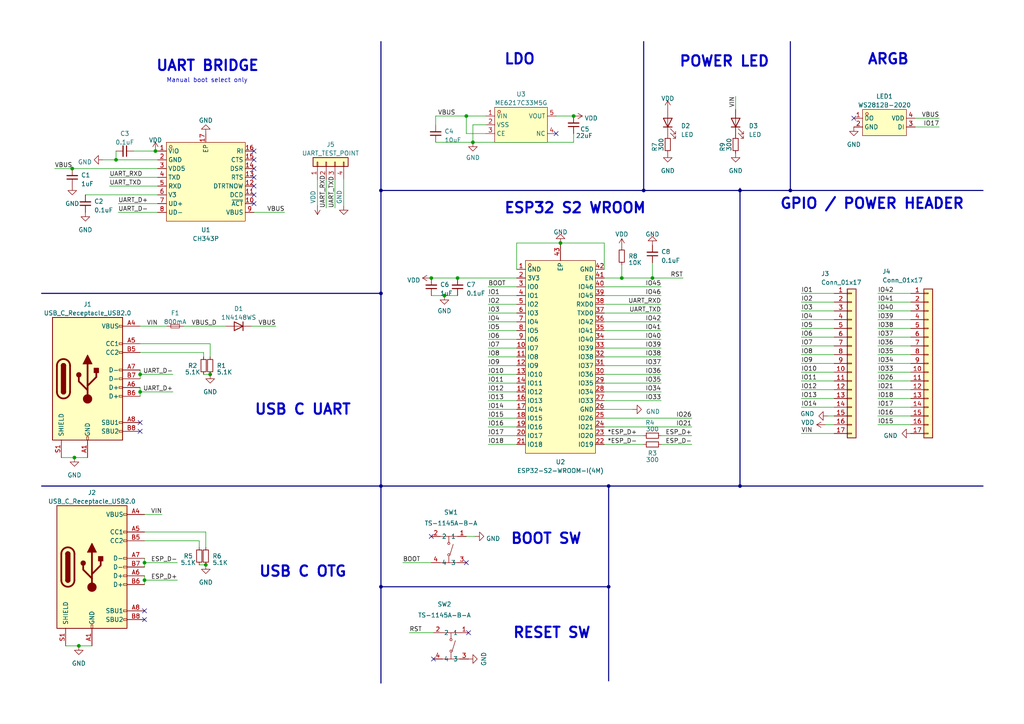
<source format=kicad_sch>
(kicad_sch (version 20230121) (generator eeschema)
  (paper "A4")
  (title_block (title "Esp32 S2 Bread board") (rev "1") (company "Design by mengxyz"))
  (lib_symbols
    (symbol "Connector_Generic:Conn_01x04" (pin_names (offset 1.016) hide)
      (property "Reference" "J" (at 0 5.08 0))
      (property "Value" "Conn_01x04" (at 0 -7.62 0))
      (symbol "Conn_01x04_1_1"
        (rectangle (start -1.27 -4.953) (end 0 -5.207) (stroke (width 0.1524)))
        (rectangle (start -1.27 -2.413) (end 0 -2.667) (stroke (width 0.1524)))
        (rectangle (start -1.27 0.127) (end 0 -0.127) (stroke (width 0.1524)))
        (rectangle (start -1.27 2.667) (end 0 2.413) (stroke (width 0.1524)))
        (rectangle (start -1.27 3.81) (end 1.27 -6.35) (stroke (width 0.254)) (fill (type background)))
        (pin passive line (at -5.08 2.54 0) (length 3.81) (name "Pin_1") (number "1"))
        (pin passive line (at -5.08 0 0) (length 3.81) (name "Pin_2") (number "2"))
        (pin passive line (at -5.08 -2.54 0) (length 3.81) (name "Pin_3") (number "3"))
        (pin passive line (at -5.08 -5.08 0) (length 3.81) (name "Pin_4") (number "4"))
      )
    )
    (symbol "Library:1N4148WS" (pin_numbers hide) (pin_names hide)
      (property "Reference" "D" (at 0 2.54 0))
      (property "Value" "1N4148WS" (at 0 -2.54 0))
      (symbol "1N4148WS_0_1"
        (polyline (pts (xy -1.27 1.27) (xy -1.27 -1.27)) (stroke (width 0.254)))
        (polyline (pts (xy 1.27 0) (xy -1.27 0)))
        (polyline (pts (xy 1.27 1.27) (xy 1.27 -1.27) (xy -1.27 0) (xy 1.27 1.27)) (stroke (width 0.254)))
      )
      (symbol "1N4148WS_1_1"
        (pin passive line (at -3.81 0 0) (length 2.54) (name "K") (number "1"))
        (pin passive line (at 3.81 0 180) (length 2.54) (name "A") (number "2"))
      )
    )
    (symbol "Library:CH343P"
      (property "Reference" "U" (at 0 19.05 0))
      (property "Value" "CH343P" (at 0 -13.97 0))
      (symbol "CH343P_0_1"
        (rectangle (start -11.43 11.43) (end 11.43 -11.43) (fill (type background)))
        (circle (center -10.16 10.16) (radius 0.38))
        (pin unspecified line (at -13.97 8.89 0) (length 2.54) (name "VIO") (number "1"))
        (pin unspecified line (at 13.97 -6.35 180) (length 2.54) (name "~{ACT}") (number "10"))
        (pin unspecified line (at 13.97 -3.81 180) (length 2.54) (name "DCD") (number "11"))
        (pin unspecified line (at 13.97 -1.27 180) (length 2.54) (name "DTRTNOW") (number "12"))
        (pin unspecified line (at 13.97 1.27 180) (length 2.54) (name "RTS") (number "13"))
        (pin unspecified line (at 13.97 3.81 180) (length 2.54) (name "DSR") (number "14"))
        (pin unspecified line (at 13.97 6.35 180) (length 2.54) (name "CTS") (number "15"))
        (pin unspecified line (at 13.97 8.89 180) (length 2.54) (name "RI") (number "16"))
        (pin unspecified line (at 0 13.97 270) (length 2.54) (name "EP") (number "17"))
        (pin unspecified line (at -13.97 6.35 0) (length 2.54) (name "GND") (number "2"))
        (pin unspecified line (at -13.97 3.81 0) (length 2.54) (name "VDD5") (number "3"))
        (pin unspecified line (at -13.97 1.27 0) (length 2.54) (name "TXD") (number "4"))
        (pin unspecified line (at -13.97 -1.27 0) (length 2.54) (name "RXD") (number "5"))
        (pin unspecified line (at -13.97 -3.81 0) (length 2.54) (name "V3") (number "6"))
        (pin unspecified line (at -13.97 -6.35 0) (length 2.54) (name "UD+") (number "7"))
        (pin unspecified line (at -13.97 -8.89 0) (length 2.54) (name "UD-") (number "8"))
        (pin unspecified line (at 13.97 -8.89 180) (length 2.54) (name "VBUS") (number "9"))
      )
    )
    (symbol "Library:C_Small" (pin_numbers hide) (pin_names (offset 0.254) hide)
      (property "Reference" "C" (at 0.254 1.778 0))
      (property "Value" "C_Small" (at 0.254 -2.032 0))
      (symbol "C_Small_0_1"
        (polyline (pts (xy -1.524 -0.508) (xy 1.524 -0.508)) (stroke (width 0.3302)))
        (polyline (pts (xy -1.524 0.508) (xy 1.524 0.508)) (stroke (width 0.3048)))
      )
      (symbol "C_Small_1_1"
        (pin passive line (at 0 2.54 270) (length 2.032) (name "~") (number "1"))
        (pin passive line (at 0 -2.54 90) (length 2.032) (name "~") (number "2"))
      )
    )
    (symbol "Library:Conn_01x17" (pin_names (offset 1.016) hide)
      (property "Reference" "J" (at 0 22.86 0))
      (property "Value" "Conn_01x17" (at 0 -22.86 0))
      (symbol "Conn_01x17_1_1"
        (rectangle (start -1.27 -20.193) (end 0 -20.447) (stroke (width 0.1524)))
        (rectangle (start -1.27 -17.653) (end 0 -17.907) (stroke (width 0.1524)))
        (rectangle (start -1.27 -15.113) (end 0 -15.367) (stroke (width 0.1524)))
        (rectangle (start -1.27 -12.573) (end 0 -12.827) (stroke (width 0.1524)))
        (rectangle (start -1.27 -10.033) (end 0 -10.287) (stroke (width 0.1524)))
        (rectangle (start -1.27 -7.493) (end 0 -7.747) (stroke (width 0.1524)))
        (rectangle (start -1.27 -4.953) (end 0 -5.207) (stroke (width 0.1524)))
        (rectangle (start -1.27 -2.413) (end 0 -2.667) (stroke (width 0.1524)))
        (rectangle (start -1.27 0.127) (end 0 -0.127) (stroke (width 0.1524)))
        (rectangle (start -1.27 2.667) (end 0 2.413) (stroke (width 0.1524)))
        (rectangle (start -1.27 5.207) (end 0 4.953) (stroke (width 0.1524)))
        (rectangle (start -1.27 7.747) (end 0 7.493) (stroke (width 0.1524)))
        (rectangle (start -1.27 10.287) (end 0 10.033) (stroke (width 0.1524)))
        (rectangle (start -1.27 12.827) (end 0 12.573) (stroke (width 0.1524)))
        (rectangle (start -1.27 15.367) (end 0 15.113) (stroke (width 0.1524)))
        (rectangle (start -1.27 17.907) (end 0 17.653) (stroke (width 0.1524)))
        (rectangle (start -1.27 20.447) (end 0 20.193) (stroke (width 0.1524)))
        (rectangle (start -1.27 21.59) (end 1.27 -21.59) (stroke (width 0.254)) (fill (type background)))
        (pin passive line (at -5.08 20.32 0) (length 3.81) (name "Pin_1") (number "1"))
        (pin passive line (at -5.08 -2.54 0) (length 3.81) (name "Pin_10") (number "10"))
        (pin passive line (at -5.08 -5.08 0) (length 3.81) (name "Pin_11") (number "11"))
        (pin passive line (at -5.08 -7.62 0) (length 3.81) (name "Pin_12") (number "12"))
        (pin passive line (at -5.08 -10.16 0) (length 3.81) (name "Pin_13") (number "13"))
        (pin passive line (at -5.08 -12.7 0) (length 3.81) (name "Pin_14") (number "14"))
        (pin passive line (at -5.08 -15.24 0) (length 3.81) (name "Pin_15") (number "15"))
        (pin passive line (at -5.08 -17.78 0) (length 3.81) (name "Pin_16") (number "16"))
        (pin passive line (at -5.08 -20.32 0) (length 3.81) (name "Pin_17") (number "17"))
        (pin passive line (at -5.08 17.78 0) (length 3.81) (name "Pin_2") (number "2"))
        (pin passive line (at -5.08 15.24 0) (length 3.81) (name "Pin_3") (number "3"))
        (pin passive line (at -5.08 12.7 0) (length 3.81) (name "Pin_4") (number "4"))
        (pin passive line (at -5.08 10.16 0) (length 3.81) (name "Pin_5") (number "5"))
        (pin passive line (at -5.08 7.62 0) (length 3.81) (name "Pin_6") (number "6"))
        (pin passive line (at -5.08 5.08 0) (length 3.81) (name "Pin_7") (number "7"))
        (pin passive line (at -5.08 2.54 0) (length 3.81) (name "Pin_8") (number "8"))
        (pin passive line (at -5.08 0 0) (length 3.81) (name "Pin_9") (number "9"))
      )
    )
    (symbol "Library:ESP32-S2-WROOM-I(4M)"
      (property "Reference" "U" (at 0 35.56 0))
      (property "Value" "ESP32-S2-WROOM-I(4M)" (at 0 -33.02 0))
      (symbol "ESP32-S2-WROOM-I(4M)_0_1"
        (rectangle (start -10.16 25.4) (end 10.16 -30.48) (fill (type background)))
        (circle (center -8.89 24.13) (radius 0.38))
        (pin unspecified line (at -12.7 22.86 0) (length 2.54) (name "GND") (number "1"))
        (pin unspecified line (at -12.7 0 0) (length 2.54) (name "IO7") (number "10"))
        (pin unspecified line (at -12.7 -2.54 0) (length 2.54) (name "IO8") (number "11"))
        (pin unspecified line (at -12.7 -5.08 0) (length 2.54) (name "IO9") (number "12"))
        (pin unspecified line (at -12.7 -7.62 0) (length 2.54) (name "IO10") (number "13"))
        (pin unspecified line (at -12.7 -10.16 0) (length 2.54) (name "IO11") (number "14"))
        (pin unspecified line (at -12.7 -12.7 0) (length 2.54) (name "IO12") (number "15"))
        (pin unspecified line (at -12.7 -15.24 0) (length 2.54) (name "IO13") (number "16"))
        (pin unspecified line (at -12.7 -17.78 0) (length 2.54) (name "IO14") (number "17"))
        (pin unspecified line (at -12.7 -20.32 0) (length 2.54) (name "IO15") (number "18"))
        (pin unspecified line (at -12.7 -22.86 0) (length 2.54) (name "IO16") (number "19"))
        (pin unspecified line (at -12.7 20.32 0) (length 2.54) (name "3V3") (number "2"))
        (pin unspecified line (at -12.7 -25.4 0) (length 2.54) (name "IO17") (number "20"))
        (pin unspecified line (at -12.7 -27.94 0) (length 2.54) (name "IO18") (number "21"))
        (pin unspecified line (at 12.7 -27.94 180) (length 2.54) (name "IO19") (number "22"))
        (pin unspecified line (at 12.7 -25.4 180) (length 2.54) (name "IO20") (number "23"))
        (pin unspecified line (at 12.7 -22.86 180) (length 2.54) (name "IO21") (number "24"))
        (pin unspecified line (at 12.7 -20.32 180) (length 2.54) (name "IO26") (number "25"))
        (pin unspecified line (at 12.7 -17.78 180) (length 2.54) (name "GND") (number "26"))
        (pin unspecified line (at 12.7 -15.24 180) (length 2.54) (name "IO33") (number "27"))
        (pin unspecified line (at 12.7 -12.7 180) (length 2.54) (name "IO34") (number "28"))
        (pin unspecified line (at 12.7 -10.16 180) (length 2.54) (name "IO35") (number "29"))
        (pin unspecified line (at -12.7 17.78 0) (length 2.54) (name "IO0") (number "3"))
        (pin unspecified line (at 12.7 -7.62 180) (length 2.54) (name "IO36") (number "30"))
        (pin unspecified line (at 12.7 -5.08 180) (length 2.54) (name "IO37") (number "31"))
        (pin unspecified line (at 12.7 -2.54 180) (length 2.54) (name "IO38") (number "32"))
        (pin unspecified line (at 12.7 0 180) (length 2.54) (name "IO39") (number "33"))
        (pin unspecified line (at 12.7 2.54 180) (length 2.54) (name "IO40") (number "34"))
        (pin unspecified line (at 12.7 5.08 180) (length 2.54) (name "IO41") (number "35"))
        (pin unspecified line (at 12.7 7.62 180) (length 2.54) (name "IO42") (number "36"))
        (pin unspecified line (at 12.7 10.16 180) (length 2.54) (name "TXD0") (number "37"))
        (pin unspecified line (at 12.7 12.7 180) (length 2.54) (name "RXD0") (number "38"))
        (pin unspecified line (at 12.7 15.24 180) (length 2.54) (name "IO45") (number "39"))
        (pin unspecified line (at -12.7 15.24 0) (length 2.54) (name "IO1") (number "4"))
        (pin unspecified line (at 12.7 17.78 180) (length 2.54) (name "IO46") (number "40"))
        (pin unspecified line (at 12.7 20.32 180) (length 2.54) (name "EN") (number "41"))
        (pin unspecified line (at 12.7 22.86 180) (length 2.54) (name "GND") (number "42"))
        (pin unspecified line (at 0 30.48 270) (length 5.08) (name "EP") (number "43"))
        (pin unspecified line (at -12.7 12.7 0) (length 2.54) (name "IO2") (number "5"))
        (pin unspecified line (at -12.7 10.16 0) (length 2.54) (name "IO3") (number "6"))
        (pin unspecified line (at -12.7 7.62 0) (length 2.54) (name "IO4") (number "7"))
        (pin unspecified line (at -12.7 5.08 0) (length 2.54) (name "IO5") (number "8"))
        (pin unspecified line (at -12.7 2.54 0) (length 2.54) (name "IO6") (number "9"))
      )
    )
    (symbol "Library:Fuse_Small" (pin_numbers hide) (pin_names (offset 0.254) hide)
      (property "Reference" "F" (at 0 -1.524 0))
      (property "Value" "Fuse_Small" (at 0 1.524 0))
      (symbol "Fuse_Small_0_1"
        (rectangle (start -1.27 0.508) (end 1.27 -0.508))
        (polyline (pts (xy -1.27 0) (xy 1.27 0)))
      )
      (symbol "Fuse_Small_1_1"
        (pin passive line (at -2.54 0 0) (length 1.27) (name "~") (number "1"))
        (pin passive line (at 2.54 0 180) (length 1.27) (name "~") (number "2"))
      )
    )
    (symbol "Library:LED" (pin_numbers hide) (pin_names (offset 1.016) hide)
      (property "Reference" "D" (at 0 2.54 0))
      (property "Value" "LED" (at 0 -2.54 0))
      (symbol "LED_0_1"
        (polyline (pts (xy -1.27 -1.27) (xy -1.27 1.27)) (stroke (width 0.254)))
        (polyline (pts (xy -1.27 0) (xy 1.27 0)))
        (polyline (pts (xy 1.27 -1.27) (xy 1.27 1.27) (xy -1.27 0) (xy 1.27 -1.27)) (stroke (width 0.254)))
        (polyline (pts (xy -3.048 -0.762) (xy -4.572 -2.286) (xy -3.81 -2.286) (xy -4.572 -2.286) (xy -4.572 -1.524)))
        (polyline (pts (xy -1.778 -0.762) (xy -3.302 -2.286) (xy -2.54 -2.286) (xy -3.302 -2.286) (xy -3.302 -1.524)))
      )
      (symbol "LED_1_1"
        (pin passive line (at -3.81 0 0) (length 2.54) (name "K") (number "1"))
        (pin passive line (at 3.81 0 180) (length 2.54) (name "A") (number "2"))
      )
    )
    (symbol "Library:ME6217C33M5G"
      (property "Reference" "U" (at 0 7.62 0))
      (property "Value" "ME6217C33M5G" (at 0 -7.62 0))
      (symbol "ME6217C33M5G_0_1"
        (rectangle (start -7.62 5.08) (end 7.62 -5.08) (fill (type background)))
        (circle (center -6.35 3.81) (radius 0.38))
        (pin unspecified line (at -10.16 2.54 0) (length 2.54) (name "VIN") (number "1"))
        (pin unspecified line (at -10.16 0 0) (length 2.54) (name "VSS") (number "2"))
        (pin unspecified line (at -10.16 -2.54 0) (length 2.54) (name "CE") (number "3"))
        (pin unspecified line (at 10.16 -2.54 180) (length 2.54) (name "NC") (number "4"))
        (pin unspecified line (at 10.16 2.54 180) (length 2.54) (name "VOUT") (number "5"))
      )
    )
    (symbol "Library:R_Small" (pin_numbers hide) (pin_names (offset 0.254) hide)
      (property "Reference" "R" (at 0.762 0.508 0))
      (property "Value" "R_Small" (at 0.762 -1.016 0))
      (symbol "R_Small_0_1"
        (rectangle (start -0.762 1.778) (end 0.762 -1.778) (stroke (width 0.2032)))
      )
      (symbol "R_Small_1_1"
        (pin passive line (at 0 2.54 270) (length 0.762) (name "~") (number "1"))
        (pin passive line (at 0 -2.54 90) (length 0.762) (name "~") (number "2"))
      )
    )
    (symbol "Library:TS-1145A-B-A"
      (property "Reference" "SW" (at 0 7.62 0))
      (property "Value" "TS-1145A-B-A" (at 0 -12.7 0))
      (symbol "TS-1145A-B-A_0_1"
        (circle (center -3.05 -2.54) (radius 0.32))
        (polyline (pts (xy -5.08 -5.08) (xy -5.08 0)))
        (polyline (pts (xy -3.3 -2.54) (xy -5.08 -2.54)))
        (polyline (pts (xy 0.51 -2.29) (xy -2.79 -1.27)))
        (polyline (pts (xy 0.76 -2.54) (xy 2.54 -2.54)))
        (polyline (pts (xy 2.54 -5.08) (xy 2.54 0)))
        (circle (center 0.25 -2.54) (radius 0.32))
        (pin unspecified line (at -5.08 2.54 270) (length 2.54) (name "1") (number "1"))
        (pin unspecified line (at -5.08 -7.62 90) (length 2.54) (name "2") (number "2"))
        (pin unspecified line (at 2.54 2.54 270) (length 2.54) (name "3") (number "3"))
        (pin unspecified line (at 2.54 -7.62 90) (length 2.54) (name "4") (number "4"))
      )
    )
    (symbol "Library:USB_C_Receptacle_USB2.0" (pin_names (offset 1.016))
      (property "Reference" "J" (at -10.16 19.05 0))
      (property "Value" "USB_C_Receptacle_USB2.0" (at 19.05 19.05 0))
      (symbol "USB_C_Receptacle_USB2.0_0_0"
        (rectangle (start -0.254 -17.78) (end 0.254 -16.764))
        (rectangle (start 10.16 -14.986) (end 9.144 -15.494))
        (rectangle (start 10.16 -12.446) (end 9.144 -12.954))
        (rectangle (start 10.16 -4.826) (end 9.144 -5.334))
        (rectangle (start 10.16 -2.286) (end 9.144 -2.794))
        (rectangle (start 10.16 0.254) (end 9.144 -0.254))
        (rectangle (start 10.16 2.794) (end 9.144 2.286))
        (rectangle (start 10.16 7.874) (end 9.144 7.366))
        (rectangle (start 10.16 10.414) (end 9.144 9.906))
        (rectangle (start 10.16 15.494) (end 9.144 14.986))
      )
      (symbol "USB_C_Receptacle_USB2.0_0_1"
        (rectangle (start -10.16 17.78) (end 10.16 -17.78) (stroke (width 0.254)) (fill (type background)))
        (arc (start -8.89 -3.81) (mid -6.985 -5.7067) (end -5.08 -3.81) (stroke (width 0.508)))
        (arc (start -7.62 -3.81) (mid -6.985 -4.4423) (end -6.35 -3.81) (stroke (width 0.254)))
        (arc (start -7.62 -3.81) (mid -6.985 -4.4423) (end -6.35 -3.81) (stroke (width 0.254)) (fill (type outline)))
        (rectangle (start -7.62 -3.81) (end -6.35 3.81) (stroke (width 0.254)) (fill (type outline)))
        (arc (start -6.35 3.81) (mid -6.985 4.4423) (end -7.62 3.81) (stroke (width 0.254)))
        (arc (start -6.35 3.81) (mid -6.985 4.4423) (end -7.62 3.81) (stroke (width 0.254)) (fill (type outline)))
        (arc (start -5.08 3.81) (mid -6.985 5.7067) (end -8.89 3.81) (stroke (width 0.508)))
        (circle (center -2.54 1.143) (radius 0.635) (stroke (width 0.254)) (fill (type outline)))
        (circle (center 0 -5.842) (radius 1.27) (fill (type outline)))
        (polyline (pts (xy -8.89 -3.81) (xy -8.89 3.81)) (stroke (width 0.508)))
        (polyline (pts (xy -5.08 3.81) (xy -5.08 -3.81)) (stroke (width 0.508)))
        (polyline (pts (xy 0 -5.842) (xy 0 4.318)) (stroke (width 0.508)))
        (polyline (pts (xy 0 -3.302) (xy -2.54 -0.762) (xy -2.54 0.508)) (stroke (width 0.508)))
        (polyline (pts (xy 0 -2.032) (xy 2.54 0.508) (xy 2.54 1.778)) (stroke (width 0.508)))
        (polyline (pts (xy -1.27 4.318) (xy 0 6.858) (xy 1.27 4.318) (xy -1.27 4.318)) (stroke (width 0.254)) (fill (type outline)))
        (rectangle (start 1.905 1.778) (end 3.175 3.048) (stroke (width 0.254)) (fill (type outline)))
      )
      (symbol "USB_C_Receptacle_USB2.0_1_1"
        (pin passive line (at 0 -22.86 90) (length 5.08) (name "GND") (number "A1"))
        (pin passive line (at 0 -22.86 90) (length 5.08) hide (name "GND") (number "A12"))
        (pin passive line (at 15.24 15.24 180) (length 5.08) (name "VBUS") (number "A4"))
        (pin bidirectional line (at 15.24 10.16 180) (length 5.08) (name "CC1") (number "A5"))
        (pin bidirectional line (at 15.24 -2.54 180) (length 5.08) (name "D+") (number "A6"))
        (pin bidirectional line (at 15.24 2.54 180) (length 5.08) (name "D-") (number "A7"))
        (pin bidirectional line (at 15.24 -12.7 180) (length 5.08) (name "SBU1") (number "A8"))
        (pin passive line (at 15.24 15.24 180) (length 5.08) hide (name "VBUS") (number "A9"))
        (pin passive line (at 0 -22.86 90) (length 5.08) hide (name "GND") (number "B1"))
        (pin passive line (at 0 -22.86 90) (length 5.08) hide (name "GND") (number "B12"))
        (pin passive line (at 15.24 15.24 180) (length 5.08) hide (name "VBUS") (number "B4"))
        (pin bidirectional line (at 15.24 7.62 180) (length 5.08) (name "CC2") (number "B5"))
        (pin bidirectional line (at 15.24 -5.08 180) (length 5.08) (name "D+") (number "B6"))
        (pin bidirectional line (at 15.24 0 180) (length 5.08) (name "D-") (number "B7"))
        (pin bidirectional line (at 15.24 -15.24 180) (length 5.08) (name "SBU2") (number "B8"))
        (pin passive line (at 15.24 15.24 180) (length 5.08) hide (name "VBUS") (number "B9"))
        (pin passive line (at -7.62 -22.86 90) (length 5.08) (name "SHIELD") (number "S1"))
      )
    )
    (symbol "Library:WS2812B-2020"
      (property "Reference" "LED" (at 0 6.35 0))
      (property "Value" "WS2812B-2020" (at 0 -6.35 0))
      (symbol "WS2812B-2020_0_1"
        (rectangle (start -6.35 3.81) (end 6.35 -3.81) (fill (type background)))
        (circle (center -5.08 2.54) (radius 0.38))
        (pin unspecified line (at -8.89 1.27 0) (length 2.54) (name "DO") (number "1"))
        (pin unspecified line (at -8.89 -1.27 0) (length 2.54) (name "GND") (number "2"))
        (pin unspecified line (at 8.89 -1.27 180) (length 2.54) (name "DI") (number "3"))
        (pin unspecified line (at 8.89 1.27 180) (length 2.54) (name "VDD") (number "4"))
      )
    )
    (symbol "power:GND" (power) (pin_names (offset 0))
      (property "Value" "GND" (at 0 -3.81 0))
      (symbol "GND_0_1"
        (polyline (pts (xy 0 0) (xy 0 -1.27) (xy 1.27 -1.27) (xy 0 -2.54) (xy -1.27 -1.27) (xy 0 -1.27)))
      )
      (symbol "GND_1_1"
        (pin power_in line (at 0 0 270) (length 0) hide (name "GND") (number "1"))
      )
    )
    (symbol "power:VDD" (power) (pin_names (offset 0))
      (property "Value" "VDD" (at 0 3.81 0))
      (symbol "VDD_0_1"
        (polyline (pts (xy -0.762 1.27) (xy 0 2.54)))
        (polyline (pts (xy 0 0) (xy 0 2.54)))
        (polyline (pts (xy 0 2.54) (xy 0.762 1.27)))
      )
      (symbol "VDD_1_1"
        (pin power_in line (at 0 0 90) (length 0) hide (name "VDD") (number "1"))
      )
    )
  )
  (junction (at 176.53 140.97))
  (junction (at 162.56 70.485))
  (junction (at 186.69 55.245))
  (junction (at 33.655 46.355))
  (junction (at 166.37 33.655))
  (junction (at 110.49 85.09))
  (junction (at 229.235 55.245))
  (junction (at 189.23 80.645))
  (junction (at 125.095 80.645))
  (junction (at 214.63 140.97))
  (junction (at 22.86 187.325))
  (junction (at 132.715 80.645))
  (junction (at 60.96 108.585))
  (junction (at 214.63 55.245))
  (junction (at 180.34 80.645))
  (junction (at 40.64 108.585))
  (junction (at 110.49 140.97))
  (junction (at 41.91 163.195))
  (junction (at 40.64 113.665))
  (junction (at 41.91 168.275))
  (junction (at 128.905 85.725))
  (junction (at 20.955 48.895))
  (junction (at 21.59 132.715))
  (junction (at 59.69 163.83))
  (junction (at 135.255 33.655))
  (junction (at 45.085 43.815))
  (junction (at 137.16 41.275))
  (junction (at 110.49 55.245))
  (junction (at 110.49 170.18))
  (junction (at 176.53 170.18))
  (no_connect (at 125.095 155.575))
  (no_connect (at 73.66 43.815))
  (no_connect (at 161.29 38.735))
  (no_connect (at 73.66 59.055))
  (no_connect (at 73.66 48.895))
  (no_connect (at 135.255 163.195))
  (no_connect (at 135.89 183.515))
  (no_connect (at 73.66 56.515))
  (no_connect (at 40.64 122.555))
  (no_connect (at 40.64 125.095))
  (no_connect (at 247.65 34.29))
  (no_connect (at 41.91 179.705))
  (no_connect (at 73.66 51.435))
  (no_connect (at 73.66 46.355))
  (no_connect (at 73.66 53.975))
  (no_connect (at 41.91 177.165))
  (no_connect (at 125.73 191.135))
  (wire (pts (xy 20.955 48.895) (xy 45.72 48.895)))
  (wire (pts (xy 254.635 97.79) (xy 264.16 97.79)))
  (wire (pts (xy 191.77 128.905) (xy 200.66 128.905)))
  (bus (pts (xy 186.69 55.245) (xy 214.63 55.245)))
  (wire (pts (xy 180.34 76.835) (xy 180.34 80.645)))
  (wire (pts (xy 191.77 83.185) (xy 175.26 83.185)))
  (wire (pts (xy 141.605 113.665) (xy 149.86 113.665)))
  (bus (pts (xy 110.49 85.09) (xy 110.49 140.97)))
  (wire (pts (xy 135.255 155.575) (xy 137.795 155.575)))
  (wire (pts (xy 191.77 116.205) (xy 175.26 116.205)))
  (bus (pts (xy 214.63 55.245) (xy 214.63 140.97)))
  (wire (pts (xy 38.735 43.815) (xy 45.085 43.815)))
  (wire (pts (xy 141.605 88.265) (xy 149.86 88.265)))
  (wire (pts (xy 254.635 110.49) (xy 264.16 110.49)))
  (wire (pts (xy 140.97 36.195) (xy 137.16 36.195)))
  (wire (pts (xy 41.91 163.195) (xy 51.435 163.195)))
  (bus (pts (xy 176.53 140.97) (xy 214.63 140.97)))
  (wire (pts (xy 41.91 163.195) (xy 41.91 164.465)))
  (wire (pts (xy 232.41 105.41) (xy 241.935 105.41)))
  (bus (pts (xy 110.49 140.97) (xy 110.49 170.18)))
  (wire (pts (xy 191.77 113.665) (xy 175.26 113.665)))
  (wire (pts (xy 45.085 43.815) (xy 45.72 43.815)))
  (wire (pts (xy 21.59 132.715) (xy 25.4 132.715)))
  (wire (pts (xy 141.605 85.725) (xy 149.86 85.725)))
  (wire (pts (xy 57.785 156.845) (xy 57.785 158.75)))
  (wire (pts (xy 254.635 90.17) (xy 264.16 90.17)))
  (wire (pts (xy 254.635 85.09) (xy 264.16 85.09)))
  (wire (pts (xy 191.77 95.885) (xy 175.26 95.885)))
  (wire (pts (xy 272.415 34.29) (xy 265.43 34.29)))
  (wire (pts (xy 191.77 98.425) (xy 175.26 98.425)))
  (wire (pts (xy 198.12 80.645) (xy 189.23 80.645)))
  (wire (pts (xy 31.75 51.435) (xy 45.72 51.435)))
  (wire (pts (xy 34.29 61.595) (xy 45.72 61.595)))
  (wire (pts (xy 94.615 60.325) (xy 94.615 52.07)))
  (wire (pts (xy 254.635 123.19) (xy 264.16 123.19)))
  (wire (pts (xy 141.605 90.805) (xy 149.86 90.805)))
  (wire (pts (xy 240.03 120.65) (xy 241.935 120.65)))
  (bus (pts (xy 110.49 55.245) (xy 186.69 55.245)))
  (wire (pts (xy 254.635 87.63) (xy 264.16 87.63)))
  (wire (pts (xy 33.655 43.815) (xy 33.655 46.355)))
  (bus (pts (xy 110.49 170.18) (xy 110.49 198.12)))
  (wire (pts (xy 175.26 70.485) (xy 162.56 70.485)))
  (wire (pts (xy 141.605 83.185) (xy 149.86 83.185)))
  (bus (pts (xy 176.53 170.18) (xy 176.53 197.485)))
  (bus (pts (xy 110.49 55.245) (xy 110.49 12.065)))
  (wire (pts (xy 29.845 46.355) (xy 33.655 46.355)))
  (wire (pts (xy 191.77 93.345) (xy 175.26 93.345)))
  (wire (pts (xy 272.415 36.83) (xy 265.43 36.83)))
  (wire (pts (xy 191.77 108.585) (xy 175.26 108.585)))
  (wire (pts (xy 59.69 154.305) (xy 41.91 154.305)))
  (wire (pts (xy 40.64 113.665) (xy 50.165 113.665)))
  (wire (pts (xy 254.635 120.65) (xy 264.16 120.65)))
  (wire (pts (xy 141.605 123.825) (xy 149.86 123.825)))
  (wire (pts (xy 232.41 92.71) (xy 241.935 92.71)))
  (wire (pts (xy 175.26 126.365) (xy 186.69 126.365)))
  (wire (pts (xy 191.77 85.725) (xy 175.26 85.725)))
  (wire (pts (xy 97.155 60.325) (xy 97.155 52.07)))
  (wire (pts (xy 191.77 106.045) (xy 175.26 106.045)))
  (wire (pts (xy 232.41 87.63) (xy 241.935 87.63)))
  (wire (pts (xy 161.29 33.655) (xy 166.37 33.655)))
  (wire (pts (xy 41.91 167.005) (xy 41.91 168.275)))
  (wire (pts (xy 239.395 123.19) (xy 241.935 123.19)))
  (wire (pts (xy 232.41 107.95) (xy 241.935 107.95)))
  (bus (pts (xy 12.065 85.09) (xy 110.49 85.09)))
  (wire (pts (xy 191.77 126.365) (xy 200.66 126.365)))
  (wire (pts (xy 175.26 128.905) (xy 186.69 128.905)))
  (wire (pts (xy 92.075 59.69) (xy 92.075 52.07)))
  (wire (pts (xy 46.99 149.225) (xy 41.91 149.225)))
  (wire (pts (xy 45.72 56.515) (xy 24.765 56.515)))
  (bus (pts (xy 214.63 140.97) (xy 285.115 140.97)))
  (wire (pts (xy 40.64 108.585) (xy 40.64 109.855)))
  (wire (pts (xy 19.05 187.325) (xy 22.86 187.325)))
  (wire (pts (xy 166.37 38.735) (xy 166.37 41.275)))
  (wire (pts (xy 41.91 168.275) (xy 41.91 169.545)))
  (wire (pts (xy 41.91 168.275) (xy 51.435 168.275)))
  (wire (pts (xy 135.255 38.735) (xy 135.255 33.655)))
  (wire (pts (xy 191.77 88.265) (xy 175.26 88.265)))
  (wire (pts (xy 59.69 158.75) (xy 59.69 154.305)))
  (bus (pts (xy 186.69 12.065) (xy 186.69 55.245)))
  (wire (pts (xy 34.29 59.055) (xy 45.72 59.055)))
  (wire (pts (xy 149.86 70.485) (xy 162.56 70.485)))
  (wire (pts (xy 22.86 187.325) (xy 26.67 187.325)))
  (wire (pts (xy 59.055 108.585) (xy 60.96 108.585)))
  (wire (pts (xy 31.75 53.975) (xy 45.72 53.975)))
  (wire (pts (xy 232.41 118.11) (xy 241.935 118.11)))
  (wire (pts (xy 41.91 156.845) (xy 57.785 156.845)))
  (wire (pts (xy 191.77 111.125) (xy 175.26 111.125)))
  (bus (pts (xy 110.49 170.18) (xy 176.53 170.18)))
  (wire (pts (xy 232.41 125.73) (xy 241.935 125.73)))
  (bus (pts (xy 110.49 85.09) (xy 110.49 55.245)))
  (wire (pts (xy 232.41 102.87) (xy 241.935 102.87)))
  (wire (pts (xy 125.095 163.195) (xy 116.84 163.195)))
  (bus (pts (xy 12.065 140.97) (xy 110.49 140.97)))
  (wire (pts (xy 128.905 85.725) (xy 132.715 85.725)))
  (bus (pts (xy 229.235 12.065) (xy 229.235 55.245)))
  (wire (pts (xy 191.77 90.805) (xy 175.26 90.805)))
  (wire (pts (xy 180.34 80.645) (xy 175.26 80.645)))
  (bus (pts (xy 110.49 140.97) (xy 176.53 140.97)))
  (wire (pts (xy 40.64 113.665) (xy 40.64 114.935)))
  (wire (pts (xy 232.41 113.03) (xy 241.935 113.03)))
  (wire (pts (xy 17.78 132.715) (xy 21.59 132.715)))
  (wire (pts (xy 137.16 36.195) (xy 137.16 41.275)))
  (wire (pts (xy 254.635 92.71) (xy 264.16 92.71)))
  (wire (pts (xy 254.635 95.25) (xy 264.16 95.25)))
  (wire (pts (xy 232.41 115.57) (xy 241.935 115.57)))
  (wire (pts (xy 141.605 128.905) (xy 149.86 128.905)))
  (bus (pts (xy 229.235 55.245) (xy 285.115 55.245)))
  (wire (pts (xy 135.255 33.655) (xy 140.97 33.655)))
  (wire (pts (xy 141.605 106.045) (xy 149.86 106.045)))
  (wire (pts (xy 48.26 94.615) (xy 40.64 94.615)))
  (wire (pts (xy 99.695 59.69) (xy 99.695 52.07)))
  (wire (pts (xy 141.605 95.885) (xy 149.86 95.885)))
  (wire (pts (xy 149.86 78.105) (xy 149.86 70.485)))
  (wire (pts (xy 132.715 80.645) (xy 125.095 80.645)))
  (bus (pts (xy 214.63 55.245) (xy 229.235 55.245)))
  (wire (pts (xy 254.635 107.95) (xy 264.16 107.95)))
  (wire (pts (xy 141.605 111.125) (xy 149.86 111.125)))
  (wire (pts (xy 232.41 85.09) (xy 241.935 85.09)))
  (wire (pts (xy 141.605 103.505) (xy 149.86 103.505)))
  (wire (pts (xy 191.77 100.965) (xy 175.26 100.965)))
  (wire (pts (xy 40.64 112.395) (xy 40.64 113.665)))
  (bus (pts (xy 176.53 140.97) (xy 176.53 170.18)))
  (wire (pts (xy 232.41 110.49) (xy 241.935 110.49)))
  (wire (pts (xy 141.605 108.585) (xy 149.86 108.585)))
  (wire (pts (xy 40.64 107.315) (xy 40.64 108.585)))
  (wire (pts (xy 254.635 105.41) (xy 264.16 105.41)))
  (wire (pts (xy 191.77 103.505) (xy 175.26 103.505)))
  (wire (pts (xy 232.41 95.25) (xy 241.935 95.25)))
  (wire (pts (xy 125.095 85.725) (xy 128.905 85.725)))
  (bus (pts (xy 214.63 54.61) (xy 214.63 55.245)))
  (wire (pts (xy 141.605 93.345) (xy 149.86 93.345)))
  (wire (pts (xy 254.635 100.33) (xy 264.16 100.33)))
  (wire (pts (xy 200.66 123.825) (xy 175.26 123.825)))
  (wire (pts (xy 141.605 121.285) (xy 149.86 121.285)))
  (wire (pts (xy 33.655 46.355) (xy 45.72 46.355)))
  (wire (pts (xy 60.96 103.505) (xy 60.96 99.695)))
  (wire (pts (xy 141.605 100.965) (xy 149.86 100.965)))
  (wire (pts (xy 254.635 115.57) (xy 264.16 115.57)))
  (wire (pts (xy 59.055 103.505) (xy 59.055 102.235)))
  (wire (pts (xy 140.97 38.735) (xy 135.255 38.735)))
  (wire (pts (xy 232.41 100.33) (xy 241.935 100.33)))
  (wire (pts (xy 141.605 116.205) (xy 149.86 116.205)))
  (wire (pts (xy 118.745 183.515) (xy 125.73 183.515)))
  (wire (pts (xy 189.23 76.2) (xy 189.23 80.645)))
  (wire (pts (xy 126.365 33.655) (xy 135.255 33.655)))
  (wire (pts (xy 175.26 118.745) (xy 183.515 118.745)))
  (wire (pts (xy 213.36 27.94) (xy 213.36 31.75)))
  (wire (pts (xy 15.875 48.895) (xy 20.955 48.895)))
  (wire (pts (xy 232.41 90.17) (xy 241.935 90.17)))
  (wire (pts (xy 254.635 118.11) (xy 264.16 118.11)))
  (wire (pts (xy 141.605 98.425) (xy 149.86 98.425)))
  (wire (pts (xy 189.23 80.645) (xy 180.34 80.645)))
  (wire (pts (xy 175.26 78.105) (xy 175.26 70.485)))
  (wire (pts (xy 80.01 94.615) (xy 73.025 94.615)))
  (wire (pts (xy 126.365 33.655) (xy 126.365 36.195)))
  (wire (pts (xy 53.34 94.615) (xy 65.405 94.615)))
  (wire (pts (xy 82.55 61.595) (xy 73.66 61.595)))
  (wire (pts (xy 57.785 163.83) (xy 59.69 163.83)))
  (wire (pts (xy 41.91 161.925) (xy 41.91 163.195)))
  (wire (pts (xy 200.66 121.285) (xy 175.26 121.285)))
  (wire (pts (xy 40.64 108.585) (xy 50.165 108.585)))
  (wire (pts (xy 149.86 80.645) (xy 132.715 80.645)))
  (wire (pts (xy 60.96 99.695) (xy 40.64 99.695)))
  (wire (pts (xy 141.605 126.365) (xy 149.86 126.365)))
  (wire (pts (xy 232.41 97.79) (xy 241.935 97.79)))
  (wire (pts (xy 141.605 118.745) (xy 149.86 118.745)))
  (wire (pts (xy 254.635 113.03) (xy 264.16 113.03)))
  (wire (pts (xy 126.365 41.275) (xy 137.16 41.275)))
  (wire (pts (xy 59.055 102.235) (xy 40.64 102.235)))
  (wire (pts (xy 166.37 41.275) (xy 137.16 41.275)))
  (wire (pts (xy 254.635 102.87) (xy 264.16 102.87)))
  (text "POWER LED" (at 196.85 19.685 0) (effects (font (size 3 3) (thickness 0.6) bold) (justify left bottom)))
  (text "LDO" (at 146.05 19.05 0) (effects (font (size 3 3) (thickness 0.6) bold) (justify left bottom)))
  (text "GPIO / POWER HEADER" (at 226.06 60.96 0) (effects (font (size 3 3) (thickness 0.6) bold) (justify left bottom)))
  (text "USB C OTG" (at 74.93 167.64 0) (effects (font (size 3 3) (thickness 0.6) bold) (justify left bottom)))
  (text "ARGB" (at 251.46 19.05 0) (effects (font (size 3 3) (thickness 0.6) bold) (justify left bottom)))
  (text "USB C UART" (at 73.66 120.65 0) (effects (font (size 3 3) (thickness 0.6) bold) (justify left bottom)))
  (text "RESET SW" (at 148.59 185.42 0) (effects (font (size 3 3) (thickness 0.6) bold) (justify left bottom)))
  (text "ESP32 S2 WROOM" (at 146.05 62.23 0) (effects (font (size 3 3) (thickness 0.6) bold) (justify left bottom)))
  (text "BOOT SW" (at 147.955 158.115 0) (effects (font (size 3 3) (thickness 0.6) bold) (justify left bottom)))
  (text "UART BRIDGE" (at 45.085 20.955 0) (effects (font (size 3 3) (thickness 0.6) bold) (justify left bottom)))
  (text "Manual boot select only" (at 48.26 24.13 0) (effects (font (size 1.27 1.27)) (justify left bottom)))
  (label "IO42" (at 191.77 93.345 180))
  (label "IO26" (at 200.66 121.285 180))
  (label "IO42" (at 254.635 85.09 0))
  (label "UART_D-" (at 34.29 61.595 0))
  (label "IO1" (at 232.41 85.09 0))
  (label "IO6" (at 232.41 97.79 0))
  (label "IO2" (at 232.41 87.63 0))
  (label "IO37" (at 191.77 106.045 180))
  (label "UART_RXD" (at 94.615 60.325 90))
  (label "IO17" (at 272.415 36.83 180))
  (label "IO34" (at 254.635 105.41 0))
  (label "IO36" (at 191.77 108.585 180))
  (label "IO15" (at 254.635 123.19 0))
  (label "IO9" (at 232.41 105.41 0))
  (label "IO38" (at 254.635 95.25 0))
  (label "IO16" (at 141.605 123.825 0))
  (label "BOOT" (at 116.84 163.195 0))
  (label "IO1" (at 141.605 85.725 0))
  (label "IO11" (at 232.41 110.49 0))
  (label "IO7" (at 141.605 100.965 0))
  (label "IO8" (at 232.41 102.87 0))
  (label "IO18" (at 141.605 128.905 0))
  (label "UART_TXD" (at 97.155 60.325 90))
  (label "IO3" (at 232.41 90.17 0))
  (label "IO4" (at 232.41 92.71 0))
  (label "IO2" (at 141.605 88.265 0))
  (label "IO41" (at 191.77 95.885 180))
  (label "VBUS" (at 272.415 34.29 180))
  (label "IO10" (at 141.605 108.585 0))
  (label "IO6" (at 141.605 98.425 0))
  (label "IO18" (at 254.635 115.57 0))
  (label "VIN" (at 42.545 94.615 0))
  (label "UART_TXD" (at 31.75 53.975 0))
  (label "IO35" (at 254.635 102.87 0))
  (label "IO40" (at 191.77 98.425 180))
  (label "IO9" (at 141.605 106.045 0))
  (label "ESP_D+" (at 51.435 168.275 180))
  (label "IO37" (at 254.635 97.79 0))
  (label "RST" (at 198.12 80.645 180))
  (label "IO7" (at 232.41 100.33 0))
  (label "VBUS" (at 82.55 61.595 180))
  (label "VBUS" (at 15.875 48.895 0))
  (label "UART_TXD" (at 191.77 90.805 180))
  (label "IO21" (at 254.635 113.03 0))
  (label "IO8" (at 141.605 103.505 0))
  (label "IO11" (at 141.605 111.125 0))
  (label "IO16" (at 254.635 120.65 0))
  (label "IO17" (at 254.635 118.11 0))
  (label "IO36" (at 254.635 100.33 0))
  (label "UART_D+" (at 34.29 59.055 0))
  (label "VBUS" (at 80.01 94.615 180))
  (label "IO21" (at 200.66 123.825 180))
  (label "UART_RXD" (at 31.75 51.435 0))
  (label "IO39" (at 254.635 92.71 0))
  (label "IO33" (at 254.635 107.95 0))
  (label "IO5" (at 232.41 95.25 0))
  (label "IO3" (at 141.605 90.805 0))
  (label "IO13" (at 141.605 116.205 0))
  (label "VIN" (at 213.36 27.94 270))
  (label "IO34" (at 191.77 113.665 180))
  (label "IO14" (at 232.41 118.11 0))
  (label "VIN" (at 232.41 125.73 0))
  (label "ESP_D+" (at 200.66 126.365 180))
  (label "IO13" (at 232.41 115.57 0))
  (label "*ESP_D+" (at 184.785 126.365 180))
  (label "VIN" (at 46.99 149.225 180))
  (label "ESP_D-" (at 200.66 128.905 180))
  (label "UART_RXD" (at 191.77 88.265 180))
  (label "ESP_D-" (at 51.435 163.195 180))
  (label "IO12" (at 232.41 113.03 0))
  (label "IO40" (at 254.635 90.17 0))
  (label "UART_D-" (at 50.165 108.585 180))
  (label "IO12" (at 141.605 113.665 0))
  (label "IO26" (at 254.635 110.49 0))
  (label "IO46" (at 191.77 85.725 180))
  (label "IO38" (at 191.77 103.505 180))
  (label "IO14" (at 141.605 118.745 0))
  (label "IO35" (at 191.77 111.125 180))
  (label "*ESP_D-" (at 184.785 128.905 180))
  (label "IO10" (at 232.41 107.95 0))
  (label "BOOT" (at 141.605 83.185 0))
  (label "IO17" (at 141.605 126.365 0))
  (label "IO39" (at 191.77 100.965 180))
  (label "VBUS_D" (at 62.865 94.615 180))
  (label "IO33" (at 191.77 116.205 180))
  (label "VBUS" (at 127 33.655 0))
  (label "IO41" (at 254.635 87.63 0))
  (label "IO4" (at 141.605 93.345 0))
  (label "RST" (at 118.745 183.515 0))
  (label "IO15" (at 141.605 121.285 0))
  (label "IO5" (at 141.605 95.885 0))
  (label "UART_D+" (at 50.165 113.665 180))
  (label "IO45" (at 191.77 83.185 180))
  (symbol (lib_id "Library:C_Small") (at 189.23 73.66 180) (unit 1)
    (property "Reference" "C8" (at 191.77 73.0186 0) (effects (justify right)))
    (property "Value" "0.1uF" (at 191.77 75.5586 0) (effects (justify right)))
    (property "Footprint" "Capacitor_SMD:C_0603_1608Metric_Pad1.08x0.95mm_HandSolder" (effects hide))
  )
  (symbol (lib_id "Library:R_Small") (at 59.055 106.045 0) (unit 1)
    (property "Reference" "R2" (at 55.88 106.045 0))
    (property "Value" "5.1K" (at 55.88 107.95 0))
    (property "Footprint" "Resistor_SMD:R_0603_1608Metric_Pad0.98x0.95mm_HandSolder" (effects hide))
  )
  (symbol (lib_id "power:GND") (at 240.03 120.65 270) (unit 1)
    (property "Reference" "#PWR019" (effects hide))
    (property "Value" "GND" (at 236.22 120.015 90) (effects (justify right)))
  )
  (symbol (lib_id "power:VDD") (at 193.675 31.75 0) (unit 1)
    (property "Reference" "#PWR012" (effects hide))
    (property "Value" "VDD" (at 193.675 28.575 0))
  )
  (symbol (lib_id "power:VDD") (at 180.34 71.755 0) (unit 1)
    (property "Reference" "#PWR023" (effects hide))
    (property "Value" "VDD" (at 180.34 67.945 0))
  )
  (symbol (lib_id "Library:C_Small") (at 166.37 36.195 180) (unit 1)
    (property "Reference" "C5" (at 168.275 37.465 0) (effects (justify right)))
    (property "Value" "22uF" (at 167.005 39.37 0) (effects (justify right)))
    (property "Footprint" "Capacitor_SMD:C_1206_3216Metric_Pad1.33x1.80mm_HandSolder" (effects hide))
  )
  (symbol (lib_id "power:VDD") (at 166.37 33.655 270) (unit 1)
    (property "Reference" "#PWR011" (effects hide))
    (property "Value" "VDD" (at 169.545 34.29 90) (effects (justify left)))
  )
  (symbol (lib_id "power:GND") (at 21.59 132.715 0) (unit 1)
    (property "Reference" "#PWR01" (effects hide))
    (property "Value" "GND" (at 21.59 137.795 0))
  )
  (symbol (lib_id "power:GND") (at 264.16 125.73 270) (unit 1)
    (property "Reference" "#PWR020" (effects hide))
    (property "Value" "GND" (at 260.35 126.365 90) (effects (justify right)))
  )
  (symbol (lib_id "Library:C_Small") (at 20.955 51.435 180) (unit 1)
    (property "Reference" "C1" (at 23.495 50.7936 0) (effects (justify right)))
    (property "Value" "1uF" (at 23.495 53.3336 0) (effects (justify right)))
    (property "Footprint" "Capacitor_SMD:C_0603_1608Metric_Pad1.08x0.95mm_HandSolder" (effects hide))
  )
  (symbol (lib_id "power:GND") (at 213.36 44.45 0) (unit 1)
    (property "Reference" "#PWR030" (effects hide))
    (property "Value" "GND" (at 213.36 49.53 0))
  )
  (symbol (lib_id "Library:R_Small") (at 213.36 41.91 0) (unit 1)
    (property "Reference" "R9" (at 209.55 41.275 90) (effects (justify right)))
    (property "Value" "300" (at 211.455 40.005 90) (effects (justify right)))
    (property "Footprint" "Resistor_SMD:R_0603_1608Metric_Pad0.98x0.95mm_HandSolder" (effects hide))
  )
  (symbol (lib_id "power:GND") (at 20.955 53.975 0) (unit 1)
    (property "Reference" "#PWR06" (effects hide))
    (property "Value" "GND" (at 20.955 59.055 0))
  )
  (symbol (lib_id "Library:CH343P") (at 59.69 52.705 0) (unit 1)
    (property "Reference" "U1" (at 59.69 66.675 0))
    (property "Value" "CH343P" (at 59.69 69.215 0))
    (property "Footprint" "Library:TQFN-16_L3.0-W3.0-P0.50-BL-EP1.7" (effects hide))
    (property "LCSC Part" "C2846043" (effects hide))
  )
  (symbol (lib_id "power:GND") (at 137.795 155.575 90) (unit 1)
    (property "Reference" "#PWR014" (effects hide))
    (property "Value" "GND" (at 140.97 156.21 90) (effects (justify right)))
  )
  (symbol (lib_id "Library:R_Small") (at 57.785 161.29 0) (unit 1)
    (property "Reference" "R5" (at 54.61 161.29 0))
    (property "Value" "5.1K" (at 54.61 163.195 0))
    (property "Footprint" "Resistor_SMD:R_0603_1608Metric_Pad0.98x0.95mm_HandSolder" (effects hide))
  )
  (symbol (lib_id "power:GND") (at 128.905 85.725 0) (unit 1)
    (property "Reference" "#PWR016" (effects hide))
    (property "Value" "GND" (at 128.905 90.17 0))
  )
  (symbol (lib_id "power:GND") (at 135.89 191.135 90) (unit 1)
    (property "Reference" "#PWR026" (effects hide))
    (property "Value" "GND" (at 140.335 191.135 0))
  )
  (symbol (lib_id "Library:WS2812B-2020") (at 256.54 35.56 0) (unit 1)
    (property "Reference" "LED1" (at 256.54 27.94 0))
    (property "Value" "WS2812B-2020" (at 256.54 30.48 0))
    (property "Footprint" "Library:LED-SMD_4P-L2.0-W2.0-TL_WS2812B-2020" (effects hide))
    (property "Datasheet" "https://lcsc.com/product-detail/Light-Emitting-Diodes-LED_Worldsemi-WS2812B-2020_C965555.html" (effects hide))
    (property "LCSC Part" "C965555" (effects hide))
  )
  (symbol (lib_id "power:GND") (at 193.675 44.45 0) (unit 1)
    (property "Reference" "#PWR022" (effects hide))
    (property "Value" "GND" (at 193.675 49.53 0))
  )
  (symbol (lib_id "power:VDD") (at 92.075 59.69 180) (unit 1)
    (property "Reference" "#PWR027" (effects hide))
    (property "Value" "VDD" (at 90.805 57.15 90))
  )
  (symbol (lib_id "Library:TS-1145A-B-A") (at 132.715 160.655 270) (unit 1)
    (property "Reference" "SW1" (at 130.81 148.59 90))
    (property "Value" "TS-1145A-B-A" (at 130.81 151.765 90))
    (property "Footprint" "Library:SW-SMD_4P-L4.2-W3.2-P2.15-LS5.2" (effects hide))
    (property "Datasheet" "https://lcsc.com/product-detail/Tactile-Switches_XKB-Enterprise-TS-1145A-B-A_C318904.html" (effects hide))
    (property "LCSC Part" "C318904" (effects hide))
  )
  (symbol (lib_id "power:GND") (at 22.86 187.325 0) (unit 1)
    (property "Reference" "#PWR02" (effects hide))
    (property "Value" "GND" (at 22.86 192.405 0))
  )
  (symbol (lib_id "power:GND") (at 189.23 71.12 180) (unit 1)
    (property "Reference" "#PWR024" (effects hide))
    (property "Value" "GND" (at 189.23 67.945 0))
  )
  (symbol (lib_id "power:GND") (at 29.845 46.355 270) (unit 1)
    (property "Reference" "#PWR08" (effects hide))
    (property "Value" "GND" (at 26.67 46.99 90) (effects (justify right)))
  )
  (symbol (lib_id "power:GND") (at 99.695 59.69 0) (unit 1)
    (property "Reference" "#PWR025" (effects hide))
    (property "Value" "GND" (at 98.425 57.15 90))
  )
  (symbol (lib_id "power:VDD") (at 125.095 80.645 90) (unit 1)
    (property "Reference" "#PWR017" (effects hide))
    (property "Value" "VDD" (at 121.92 81.28 90) (effects (justify left)))
  )
  (symbol (lib_id "Library:C_Small") (at 36.195 43.815 270) (unit 1)
    (property "Reference" "C3" (at 36.1886 38.735 90))
    (property "Value" "0.1uF" (at 36.1886 41.275 90))
    (property "Footprint" "Capacitor_SMD:C_0603_1608Metric_Pad1.08x0.95mm_HandSolder" (effects hide))
  )
  (symbol (lib_id "power:GND") (at 137.16 41.275 0) (unit 1)
    (property "Reference" "#PWR013" (effects hide))
    (property "Value" "GND" (at 137.16 45.72 0))
  )
  (symbol (lib_id "Library:C_Small") (at 125.095 83.185 180) (unit 1)
    (property "Reference" "C6" (at 127.635 82.5436 0) (effects (justify right)))
    (property "Value" "1uF" (at 127.635 85.0836 0) (effects (justify right)))
    (property "Footprint" "Capacitor_SMD:C_0603_1608Metric_Pad1.08x0.95mm_HandSolder" (effects hide))
  )
  (symbol (lib_id "power:GND") (at 183.515 118.745 90) (unit 1)
    (property "Reference" "#PWR05" (effects hide))
    (property "Value" "GND" (at 187.325 119.38 90) (effects (justify right)))
  )
  (symbol (lib_id "power:GND") (at 24.765 61.595 0) (unit 1)
    (property "Reference" "#PWR09" (effects hide))
    (property "Value" "GND" (at 24.765 66.675 0))
  )
  (symbol (lib_id "Library:R_Small") (at 60.96 106.045 180) (unit 1)
    (property "Reference" "R1" (at 62.865 106.045 0) (effects (justify right)))
    (property "Value" "5.1K" (at 62.865 107.95 0) (effects (justify right)))
    (property "Footprint" "Resistor_SMD:R_0603_1608Metric_Pad0.98x0.95mm_HandSolder" (effects hide))
  )
  (symbol (lib_id "power:GND") (at 247.65 36.83 0) (unit 1)
    (property "Reference" "#PWR021" (effects hide))
    (property "Value" "GND" (at 247.65 41.91 0))
  )
  (symbol (lib_id "Library:Conn_01x17") (at 269.24 105.41 0) (unit 1)
    (property "Reference" "J4" (at 255.905 78.74 0) (effects (justify left)))
    (property "Value" "Conn_01x17" (at 255.905 81.28 0) (effects (justify left)))
    (property "Footprint" "Connector_PinHeader_2.54mm:PinHeader_1x17_P2.54mm_Vertical" (effects hide))
  )
  (symbol (lib_id "Library:ME6217C33M5G") (at 151.13 36.195 0) (unit 1)
    (property "Reference" "U3" (at 151.13 27.305 0))
    (property "Value" "ME6217C33M5G" (at 151.13 29.845 0))
    (property "Footprint" "Library:SOT-23-5_L3.0-W1.7-P0.95-LS2.8-BR" (effects hide))
    (property "Datasheet" "https://lcsc.com/product-detail/Low-Dropout-Regulators-LDO_Nanjing-Micro-One-Elec-ME6217C33M5G_C427602.html" (effects hide))
    (property "LCSC Part" "C427602" (effects hide))
  )
  (symbol (lib_id "Library:TS-1145A-B-A") (at 133.35 188.595 270) (unit 1)
    (property "Reference" "SW2" (at 128.905 175.26 90))
    (property "Value" "TS-1145A-B-A" (at 128.905 178.435 90))
    (property "Footprint" "Library:SW-SMD_4P-L4.2-W3.2-P2.15-LS5.2" (effects hide))
    (property "Datasheet" "https://lcsc.com/product-detail/Tactile-Switches_XKB-Enterprise-TS-1145A-B-A_C318904.html" (effects hide))
    (property "LCSC Part" "C318904" (effects hide))
  )
  (symbol (lib_id "power:GND") (at 59.69 163.83 0) (unit 1)
    (property "Reference" "#PWR015" (effects hide))
    (property "Value" "GND" (at 59.69 168.91 0))
  )
  (symbol (lib_id "power:VDD") (at 239.395 123.19 90) (unit 1)
    (property "Reference" "#PWR018" (effects hide))
    (property "Value" "VDD" (at 236.22 122.555 90) (effects (justify left)))
  )
  (symbol (lib_id "Library:1N4148WS") (at 69.215 94.615 180) (unit 1)
    (property "Reference" "D1" (at 69.215 89.535 0))
    (property "Value" "1N4148WS" (at 69.215 92.075 0))
    (property "Footprint" "Diode_SMD:D_SOD-323_HandSoldering" (effects hide))
    (property "Datasheet" "https://www.vishay.com/docs/85751/1n4148ws.pdf" (effects hide))
    (property "Sim.Device" "D" (effects hide))
    (property "Sim.Pins" "1=K 2=A" (effects hide))
  )
  (symbol (lib_id "Library:R_Small") (at 189.23 126.365 270) (unit 1)
    (property "Reference" "R4" (at 189.865 122.555 90) (effects (justify right)))
    (property "Value" "300" (at 191.135 124.46 90) (effects (justify right)))
    (property "Footprint" "Resistor_SMD:R_0603_1608Metric_Pad0.98x0.95mm_HandSolder" (effects hide))
  )
  (symbol (lib_id "Library:LED") (at 213.36 35.56 90) (unit 1)
    (property "Reference" "D3" (at 217.17 36.5125 90) (effects (justify right)))
    (property "Value" "LED" (at 217.17 39.0525 90) (effects (justify right)))
    (property "Footprint" "LED_SMD:LED_0603_1608Metric_Pad1.05x0.95mm_HandSolder" (effects hide))
  )
  (symbol (lib_id "power:VDD") (at 322.58 320.675 90) (unit 1)
    (property "Reference" "#PWR028" (effects hide))
    (property "Value" "VDD" (at 317.5 320.675 0))
  )
  (symbol (lib_id "Library:R_Small") (at 59.69 161.29 180) (unit 1)
    (property "Reference" "R6" (at 61.595 161.29 0) (effects (justify right)))
    (property "Value" "5.1K" (at 61.595 163.195 0) (effects (justify right)))
    (property "Footprint" "Resistor_SMD:R_0603_1608Metric_Pad0.98x0.95mm_HandSolder" (effects hide))
  )
  (symbol (lib_id "power:GND") (at 60.96 108.585 0) (unit 1)
    (property "Reference" "#PWR03" (effects hide))
    (property "Value" "GND" (at 60.96 113.665 0))
  )
  (symbol (lib_id "Library:C_Small") (at 126.365 38.735 180) (unit 1)
    (property "Reference" "C4" (at 128.905 38.0936 0) (effects (justify right)))
    (property "Value" "10uF" (at 128.905 40.6336 0) (effects (justify right)))
    (property "Footprint" "Capacitor_SMD:C_1206_3216Metric_Pad1.33x1.80mm_HandSolder" (effects hide))
  )
  (symbol (lib_id "Library:ESP32-S2-WROOM-I(4M)") (at 162.56 100.965 0) (unit 1)
    (property "Reference" "U2" (at 162.56 133.985 0))
    (property "Value" "ESP32-S2-WROOM-I(4M)" (at 162.56 136.525 0))
    (property "Footprint" "Library:WIFI-SMD_ESP32-S2-WROVER-I" (effects hide))
    (property "Datasheet" "https://lcsc.com/product-detail/WIFI-Modules_Espressif-Systems-ESP32-S2-WROOM-I-4M_C967026.html" (effects hide))
    (property "LCSC Part" "C967026" (effects hide))
  )
  (symbol (lib_id "Library:Fuse_Small") (at 50.8 94.615 0) (unit 1)
    (property "Reference" "F1" (at 50.8 90.805 0))
    (property "Value" "800mA" (at 50.8 93.345 0))
    (property "Footprint" "Fuse:Fuse_0805_2012Metric_Pad1.15x1.40mm_HandSolder" (effects hide))
  )
  (symbol (lib_id "Library:R_Small") (at 193.675 41.91 0) (unit 1)
    (property "Reference" "R7" (at 189.865 41.275 90) (effects (justify right)))
    (property "Value" "300" (at 191.77 40.005 90) (effects (justify right)))
    (property "Footprint" "Resistor_SMD:R_0603_1608Metric_Pad0.98x0.95mm_HandSolder" (effects hide))
  )
  (symbol (lib_id "Library:USB_C_Receptacle_USB2.0") (at 25.4 109.855 0) (unit 1)
    (property "Reference" "J1" (at 25.4 88.265 0))
    (property "Value" "USB_C_Receptacle_USB2.0" (at 25.4 90.805 0))
    (property "Footprint" "Connector_USB:USB_C_Receptacle_GCT_USB4105-xx-A_16P_TopMnt_Horizontal" (effects hide))
    (property "Datasheet" "https://www.usb.org/sites/default/files/documents/usb_type-c.zip" (effects hide))
  )
  (symbol (lib_id "Library:R_Small") (at 189.23 128.905 90) (unit 1)
    (property "Reference" "R3" (at 189.23 131.445 90))
    (property "Value" "300" (at 189.23 133.35 90))
    (property "Footprint" "Resistor_SMD:R_0603_1608Metric_Pad0.98x0.95mm_HandSolder" (effects hide))
  )
  (symbol (lib_id "Library:R_Small") (at 180.34 74.295 180) (unit 1)
    (property "Reference" "R8" (at 182.245 74.295 0) (effects (justify right)))
    (property "Value" "10K" (at 182.245 76.2 0) (effects (justify right)))
    (property "Footprint" "Resistor_SMD:R_0603_1608Metric_Pad0.98x0.95mm_HandSolder" (effects hide))
  )
  (symbol (lib_id "Library:USB_C_Receptacle_USB2.0") (at 26.67 164.465 0) (unit 1)
    (property "Reference" "J2" (at 26.67 142.875 0))
    (property "Value" "USB_C_Receptacle_USB2.0" (at 26.67 145.415 0))
    (property "Footprint" "Connector_USB:USB_C_Receptacle_GCT_USB4105-xx-A_16P_TopMnt_Horizontal" (effects hide))
    (property "Datasheet" "https://www.usb.org/sites/default/files/documents/usb_type-c.zip" (effects hide))
  )
  (symbol (lib_id "Library:C_Small") (at 24.765 59.055 180) (unit 1)
    (property "Reference" "C2" (at 27.305 58.4136 0) (effects (justify right)))
    (property "Value" "0.1uF" (at 27.305 60.9536 0) (effects (justify right)))
    (property "Footprint" "Capacitor_SMD:C_0603_1608Metric_Pad1.08x0.95mm_HandSolder" (effects hide))
  )
  (symbol (lib_id "power:GND") (at 162.56 70.485 180) (unit 1)
    (property "Reference" "#PWR04" (effects hide))
    (property "Value" "GND" (at 162.56 67.31 0))
  )
  (symbol (lib_id "power:VDD") (at 45.085 43.815 0) (unit 1)
    (property "Reference" "#PWR010" (effects hide))
    (property "Value" "VDD" (at 45.085 40.64 0))
  )
  (symbol (lib_id "Library:C_Small") (at 132.715 83.185 180) (unit 1)
    (property "Reference" "C7" (at 135.255 82.5436 0) (effects (justify right)))
    (property "Value" "0.1uF" (at 135.255 85.0836 0) (effects (justify right)))
    (property "Footprint" "Capacitor_SMD:C_0603_1608Metric_Pad1.08x0.95mm_HandSolder" (effects hide))
  )
  (symbol (lib_id "Library:LED") (at 193.675 35.56 90) (unit 1)
    (property "Reference" "D2" (at 197.485 36.5125 90) (effects (justify right)))
    (property "Value" "LED" (at 197.485 39.0525 90) (effects (justify right)))
    (property "Footprint" "LED_SMD:LED_0603_1608Metric_Pad1.05x0.95mm_HandSolder" (effects hide))
  )
  (symbol (lib_id "power:GND") (at 59.69 38.735 180) (unit 1)
    (property "Reference" "#PWR07" (effects hide))
    (property "Value" "GND" (at 59.69 34.925 0))
  )
  (symbol (lib_id "Connector_Generic:Conn_01x04") (at 94.615 46.99 90) (unit 1)
    (property "Reference" "J5" (at 95.885 41.91 90))
    (property "Value" "UART_TEST_POINT" (at 95.885 44.45 90))
    (property "Footprint" "Connector_PinHeader_2.54mm:PinHeader_1x04_P2.54mm_Vertical" (effects hide))
  )
  (symbol (lib_id "Library:Conn_01x17") (at 247.015 105.41 0) (unit 1)
    (property "Reference" "J3" (at 238.125 79.375 0) (effects (justify left)))
    (property "Value" "Conn_01x17" (at 238.125 81.915 0) (effects (justify left)))
    (property "Footprint" "Connector_PinHeader_2.54mm:PinHeader_1x17_P2.54mm_Vertical" (effects hide))
  )
)
</source>
